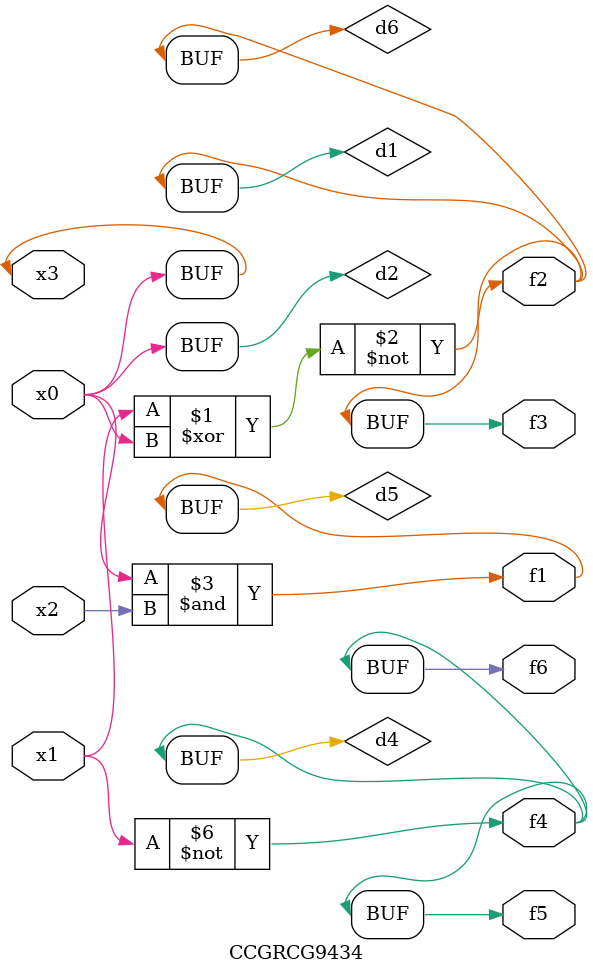
<source format=v>
module CCGRCG9434(
	input x0, x1, x2, x3,
	output f1, f2, f3, f4, f5, f6
);

	wire d1, d2, d3, d4, d5, d6;

	xnor (d1, x1, x3);
	buf (d2, x0, x3);
	nand (d3, x0, x2);
	not (d4, x1);
	nand (d5, d3);
	or (d6, d1);
	assign f1 = d5;
	assign f2 = d6;
	assign f3 = d6;
	assign f4 = d4;
	assign f5 = d4;
	assign f6 = d4;
endmodule

</source>
